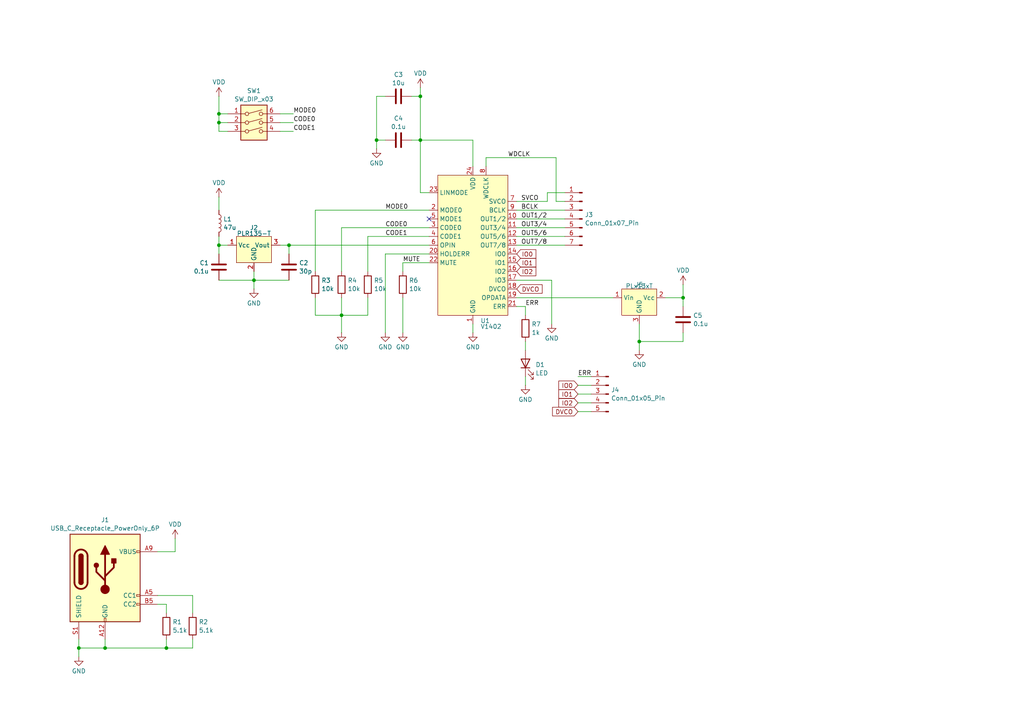
<source format=kicad_sch>
(kicad_sch (version 20250114) (generator "eeschema") (generator_version "9.0")
  (paper "A4")
  (lib_symbols
    (symbol "ADAT:V1402"
      (property "Reference" "U" (at 0 0 0))
      (symbol "V1402_1_0"
        (pin input line (at -12.7 10.16 0) (length 2.54) (name "LINMODE") (number "23"))
        (pin input line (at -12.7 2.54 0) (length 2.54) (name "MODE1") (number "5"))
        (pin input line (at -12.7 -2.54 0) (length 2.54) (name "CODE1") (number "4"))
        (pin input line (at -12.7 -5.08 0) (length 2.54) (name "OPIN") (number "6"))
        (pin input line (at -12.7 -7.62 0) (length 2.54) (name "HOLDERR") (number "20"))
        (pin input line (at -12.7 -10.16 0) (length 2.54) (name "MUTE") (number "22"))
        (pin power_in line (at 0 17.78 270) (length 2.54) (name "VDD") (number "24"))
        (pin bidirectional line (at 3.81 17.78 270) (length 2.54) (name "WDCLK") (number "8"))
        (pin output line (at 12.7 7.62 180) (length 2.54) (name "SVCO") (number "7"))
        (pin output line (at 12.7 5.08 180) (length 2.54) (name "BCLK") (number "9"))
        (pin output line (at 12.7 2.54 180) (length 2.54) (name "OUT1/2") (number "10"))
        (pin output line (at 12.7 0 180) (length 2.54) (name "OUT3/4") (number "11"))
        (pin output line (at 12.7 -2.54 180) (length 2.54) (name "OUT5/6") (number "12"))
        (pin output line (at 12.7 -5.08 180) (length 2.54) (name "OUT7/8") (number "13"))
        (pin output line (at 12.7 -7.62 180) (length 2.54) (name "IO0") (number "14"))
        (pin output line (at 12.7 -10.16 180) (length 2.54) (name "IO1") (number "15"))
        (pin output line (at 12.7 -12.7 180) (length 2.54) (name "IO2") (number "16"))
        (pin output line (at 12.7 -15.24 180) (length 2.54) (name "IO3") (number "17"))
        (pin output line (at 12.7 -17.78 180) (length 2.54) (name "DVCO") (number "18"))
        (pin output line (at 12.7 -20.32 180) (length 2.54) (name "OPDATA") (number "19"))
        (pin output line (at 12.7 -22.86 180) (length 2.54) (name "ERR") (number "21"))
      )
      (symbol "V1402_1_1"
        (rectangle (start -10.16 15.24) (end 10.16 -25.4) (fill (type background)))
        (pin input line (at -12.7 5.08 0) (length 2.54) (name "MODE0") (number "2"))
        (pin input line (at -12.7 0 0) (length 2.54) (name "CODE0") (number "3"))
        (pin power_in line (at 0 -27.94 90) (length 2.54) (name "GND") (number "1"))
      )
    )
    (symbol "Connector:Conn_01x05_Pin" (pin_names (offset 1.016) (hide yes))
      (property "Reference" "J" (at 0 7.62 0))
      (property "Value" "Conn_01x05_Pin" (at 0 -7.62 0))
      (symbol "Conn_01x05_Pin_1_1"
        (rectangle (start 0.8636 5.207) (end 0 4.953) (stroke (width 0.1524)) (fill (type outline)))
        (rectangle (start 0.8636 2.667) (end 0 2.413) (stroke (width 0.1524)) (fill (type outline)))
        (rectangle (start 0.8636 0.127) (end 0 -0.127) (stroke (width 0.1524)) (fill (type outline)))
        (rectangle (start 0.8636 -2.413) (end 0 -2.667) (stroke (width 0.1524)) (fill (type outline)))
        (rectangle (start 0.8636 -4.953) (end 0 -5.207) (stroke (width 0.1524)) (fill (type outline)))
        (polyline (pts (xy 1.27 5.08) (xy 0.8636 5.08)) (stroke (width 0.1524)))
        (polyline (pts (xy 1.27 2.54) (xy 0.8636 2.54)) (stroke (width 0.1524)))
        (polyline (pts (xy 1.27 0) (xy 0.8636 0)) (stroke (width 0.1524)))
        (polyline (pts (xy 1.27 -2.54) (xy 0.8636 -2.54)) (stroke (width 0.1524)))
        (polyline (pts (xy 1.27 -5.08) (xy 0.8636 -5.08)) (stroke (width 0.1524)))
        (pin passive line (at 5.08 5.08 180) (length 3.81) (name "Pin_1") (number "1"))
        (pin passive line (at 5.08 2.54 180) (length 3.81) (name "Pin_2") (number "2"))
        (pin passive line (at 5.08 0 180) (length 3.81) (name "Pin_3") (number "3"))
        (pin passive line (at 5.08 -2.54 180) (length 3.81) (name "Pin_4") (number "4"))
        (pin passive line (at 5.08 -5.08 180) (length 3.81) (name "Pin_5") (number "5"))
      )
    )
    (symbol "Connector:Conn_01x07_Pin" (pin_names (offset 1.016) (hide yes))
      (property "Reference" "J" (at 0 10.16 0))
      (property "Value" "Conn_01x07_Pin" (at 0 -10.16 0))
      (symbol "Conn_01x07_Pin_1_1"
        (rectangle (start 0.8636 7.747) (end 0 7.493) (stroke (width 0.1524)) (fill (type outline)))
        (rectangle (start 0.8636 5.207) (end 0 4.953) (stroke (width 0.1524)) (fill (type outline)))
        (rectangle (start 0.8636 2.667) (end 0 2.413) (stroke (width 0.1524)) (fill (type outline)))
        (rectangle (start 0.8636 0.127) (end 0 -0.127) (stroke (width 0.1524)) (fill (type outline)))
        (rectangle (start 0.8636 -2.413) (end 0 -2.667) (stroke (width 0.1524)) (fill (type outline)))
        (rectangle (start 0.8636 -4.953) (end 0 -5.207) (stroke (width 0.1524)) (fill (type outline)))
        (rectangle (start 0.8636 -7.493) (end 0 -7.747) (stroke (width 0.1524)) (fill (type outline)))
        (polyline (pts (xy 1.27 7.62) (xy 0.8636 7.62)) (stroke (width 0.1524)))
        (polyline (pts (xy 1.27 5.08) (xy 0.8636 5.08)) (stroke (width 0.1524)))
        (polyline (pts (xy 1.27 2.54) (xy 0.8636 2.54)) (stroke (width 0.1524)))
        (polyline (pts (xy 1.27 0) (xy 0.8636 0)) (stroke (width 0.1524)))
        (polyline (pts (xy 1.27 -2.54) (xy 0.8636 -2.54)) (stroke (width 0.1524)))
        (polyline (pts (xy 1.27 -5.08) (xy 0.8636 -5.08)) (stroke (width 0.1524)))
        (polyline (pts (xy 1.27 -7.62) (xy 0.8636 -7.62)) (stroke (width 0.1524)))
        (pin passive line (at 5.08 7.62 180) (length 3.81) (name "Pin_1") (number "1"))
        (pin passive line (at 5.08 5.08 180) (length 3.81) (name "Pin_2") (number "2"))
        (pin passive line (at 5.08 2.54 180) (length 3.81) (name "Pin_3") (number "3"))
        (pin passive line (at 5.08 0 180) (length 3.81) (name "Pin_4") (number "4"))
        (pin passive line (at 5.08 -2.54 180) (length 3.81) (name "Pin_5") (number "5"))
        (pin passive line (at 5.08 -5.08 180) (length 3.81) (name "Pin_6") (number "6"))
        (pin passive line (at 5.08 -7.62 180) (length 3.81) (name "Pin_7") (number "7"))
      )
    )
    (symbol "Connector:USB_C_Receptacle_PowerOnly_6P" (pin_names (offset 1.016))
      (property "Reference" "J" (at 0 16.51 0))
      (property "Value" "USB_C_Receptacle_PowerOnly_6P" (at 0 13.97 0))
      (symbol "USB_C_Receptacle_PowerOnly_6P_0_0"
        (rectangle (start -0.254 -12.7) (end 0.254 -11.684))
        (rectangle (start 10.16 7.874) (end 9.144 7.366))
        (rectangle (start 10.16 -4.826) (end 9.144 -5.334))
        (rectangle (start 10.16 -7.366) (end 9.144 -7.874))
      )
      (symbol "USB_C_Receptacle_PowerOnly_6P_0_1"
        (rectangle (start -10.16 12.7) (end 10.16 -12.7) (stroke (width 0.254)) (fill (type background)))
        (polyline (pts (xy -8.89 -1.27) (xy -8.89 6.35)) (stroke (width 0.508)))
        (rectangle (start -7.62 -1.27) (end -6.35 6.35) (stroke (width 0.254)) (fill (type outline)))
        (arc (start -7.62 6.35) (mid -6.985 6.9823) (end -6.35 6.35) (stroke (width 0.254)))
        (arc (start -7.62 6.35) (mid -6.985 6.9823) (end -6.35 6.35) (stroke (width 0.254)) (fill (type outline)))
        (arc (start -8.89 6.35) (mid -6.985 8.2467) (end -5.08 6.35) (stroke (width 0.508)))
        (arc (start -5.08 -1.27) (mid -6.985 -3.1667) (end -8.89 -1.27) (stroke (width 0.508)))
        (arc (start -6.35 -1.27) (mid -6.985 -1.9023) (end -7.62 -1.27) (stroke (width 0.254)))
        (arc (start -6.35 -1.27) (mid -6.985 -1.9023) (end -7.62 -1.27) (stroke (width 0.254)) (fill (type outline)))
        (polyline (pts (xy -5.08 6.35) (xy -5.08 -1.27)) (stroke (width 0.508)))
        (circle (center -2.54 3.683) (radius 0.635) (stroke (width 0.254)) (fill (type outline)))
        (polyline (pts (xy -1.27 6.858) (xy 0 9.398) (xy 1.27 6.858) (xy -1.27 6.858)) (stroke (width 0.254)) (fill (type outline)))
        (polyline (pts (xy 0 0.508) (xy 2.54 3.048) (xy 2.54 4.318)) (stroke (width 0.508)))
        (polyline (pts (xy 0 -0.762) (xy -2.54 1.778) (xy -2.54 3.048)) (stroke (width 0.508)))
        (polyline (pts (xy 0 -3.302) (xy 0 6.858)) (stroke (width 0.508)))
        (circle (center 0 -3.302) (radius 1.27) (fill (type outline)))
        (rectangle (start 1.905 4.318) (end 3.175 5.588) (stroke (width 0.254)) (fill (type outline)))
      )
      (symbol "USB_C_Receptacle_PowerOnly_6P_1_1"
        (pin passive line (at -7.62 -17.78 90) (length 5.08) (name "SHIELD") (number "S1"))
        (pin passive line (at 0 -17.78 90) (length 5.08) (name "GND") (number "A12"))
        (pin passive line (at 0 -17.78 90) (length 5.08) (hide yes) (name "GND") (number "B12"))
        (pin passive line (at 15.24 7.62 180) (length 5.08) (name "VBUS") (number "A9"))
        (pin passive line (at 15.24 7.62 180) (length 5.08) (hide yes) (name "VBUS") (number "B9"))
        (pin bidirectional line (at 15.24 -5.08 180) (length 5.08) (name "CC1") (number "A5"))
        (pin bidirectional line (at 15.24 -7.62 180) (length 5.08) (name "CC2") (number "B5"))
      )
    )
    (symbol "Device:C" (pin_numbers (hide yes)) (pin_names (offset 0.254))
      (property "Reference" "C" (at 0.635 2.54 0))
      (property "Value" "C" (at 0.635 -2.54 0))
      (symbol "C_0_1"
        (polyline (pts (xy -2.032 0.762) (xy 2.032 0.762)) (stroke (width 0.508)))
        (polyline (pts (xy -2.032 -0.762) (xy 2.032 -0.762)) (stroke (width 0.508)))
      )
      (symbol "C_1_1"
        (pin passive line (at 0 3.81 270) (length 2.794) (name "~") (number "1"))
        (pin passive line (at 0 -3.81 90) (length 2.794) (name "~") (number "2"))
      )
    )
    (symbol "Device:L" (pin_numbers (hide yes)) (pin_names (offset 1.016) (hide yes))
      (property "Reference" "L" (at -1.27 0 90))
      (property "Value" "L" (at 1.905 0 90))
      (symbol "L_0_1"
        (arc (start 0 2.54) (mid 0.6323 1.905) (end 0 1.27))
        (arc (start 0 1.27) (mid 0.6323 0.635) (end 0 0))
        (arc (start 0 0) (mid 0.6323 -0.635) (end 0 -1.27))
        (arc (start 0 -1.27) (mid 0.6323 -1.905) (end 0 -2.54))
      )
      (symbol "L_1_1"
        (pin passive line (at 0 3.81 270) (length 1.27) (name "1") (number "1"))
        (pin passive line (at 0 -3.81 90) (length 1.27) (name "2") (number "2"))
      )
    )
    (symbol "Device:LED" (pin_numbers (hide yes)) (pin_names (offset 1.016) (hide yes))
      (property "Reference" "D" (at 0 2.54 0))
      (property "Value" "LED" (at 0 -2.54 0))
      (symbol "LED_0_1"
        (polyline (pts (xy -3.048 -0.762) (xy -4.572 -2.286) (xy -3.81 -2.286) (xy -4.572 -2.286) (xy -4.572 -1.524)))
        (polyline (pts (xy -1.778 -0.762) (xy -3.302 -2.286) (xy -2.54 -2.286) (xy -3.302 -2.286) (xy -3.302 -1.524)))
        (polyline (pts (xy -1.27 0) (xy 1.27 0)))
        (polyline (pts (xy -1.27 -1.27) (xy -1.27 1.27)) (stroke (width 0.254)))
        (polyline (pts (xy 1.27 -1.27) (xy 1.27 1.27) (xy -1.27 0) (xy 1.27 -1.27)) (stroke (width 0.254)))
      )
      (symbol "LED_1_1"
        (pin passive line (at -3.81 0 0) (length 2.54) (name "K") (number "1"))
        (pin passive line (at 3.81 0 180) (length 2.54) (name "A") (number "2"))
      )
    )
    (symbol "Device:R" (pin_numbers (hide yes)) (pin_names (offset 0))
      (property "Reference" "R" (at 2.032 0 90))
      (property "Value" "R" (at 0 0 90))
      (symbol "R_0_1"
        (rectangle (start -1.016 -2.54) (end 1.016 2.54) (stroke (width 0.254)))
      )
      (symbol "R_1_1"
        (pin passive line (at 0 3.81 270) (length 1.27) (name "~") (number "1"))
        (pin passive line (at 0 -3.81 90) (length 1.27) (name "~") (number "2"))
      )
    )
    (symbol "Photolink:PLR135/T"
      (property "Reference" "J" (at 0 0 0))
      (symbol "PLR135/T_1_0"
        (pin power_in line (at -7.62 -2.54 0) (length 2.54) (name "Vcc") (number "1"))
        (pin power_in line (at 0 -10.16 90) (length 2.54) (name "GND") (number "2"))
        (pin output line (at 7.62 -2.54 180) (length 2.54) (name "Vout") (number "3"))
      )
      (symbol "PLR135/T_1_1"
        (rectangle (start -5.08 0) (end 5.08 -7.62) (fill (type background)))
      )
    )
    (symbol "Photolink:PLT133/T"
      (property "Reference" "J" (at 0 0 0))
      (symbol "PLT133/T_0_0"
        (pin input line (at -7.62 0 0) (length 2.54) (name "Vin") (number "1"))
        (pin power_in line (at 0 -7.62 90) (length 2.54) (name "GND") (number "3"))
        (pin power_in line (at 7.62 0 180) (length 2.54) (name "Vcc") (number "2"))
      )
      (symbol "PLT133/T_1_1"
        (rectangle (start -5.08 2.54) (end 5.08 -5.08) (fill (type background)))
      )
    )
    (symbol "Switch:SW_DIP_x03" (pin_names (offset 0) (hide yes))
      (property "Reference" "SW" (at 0 6.35 0))
      (property "Value" "SW_DIP_x03" (at 0 -6.35 0))
      (symbol "SW_DIP_x03_0_0"
        (circle (center -2.032 2.54) (radius 0.508))
        (circle (center -2.032 0) (radius 0.508))
        (circle (center -2.032 -2.54) (radius 0.508))
        (polyline (pts (xy -1.524 2.667) (xy 2.3622 3.7084)))
        (polyline (pts (xy -1.524 0.127) (xy 2.3622 1.1684)))
        (polyline (pts (xy -1.524 -2.413) (xy 2.3622 -1.3716)))
        (circle (center 2.032 2.54) (radius 0.508))
        (circle (center 2.032 0) (radius 0.508))
        (circle (center 2.032 -2.54) (radius 0.508))
      )
      (symbol "SW_DIP_x03_0_1"
        (rectangle (start -3.81 5.08) (end 3.81 -5.08) (stroke (width 0.254)) (fill (type background)))
      )
      (symbol "SW_DIP_x03_1_1"
        (pin passive line (at -7.62 2.54 0) (length 5.08) (name "~") (number "1"))
        (pin passive line (at -7.62 0 0) (length 5.08) (name "~") (number "2"))
        (pin passive line (at -7.62 -2.54 0) (length 5.08) (name "~") (number "3"))
        (pin passive line (at 7.62 2.54 180) (length 5.08) (name "~") (number "6"))
        (pin passive line (at 7.62 0 180) (length 5.08) (name "~") (number "5"))
        (pin passive line (at 7.62 -2.54 180) (length 5.08) (name "~") (number "4"))
      )
    )
    (symbol "power:GND" (power) (pin_numbers (hide yes)) (pin_names (offset 0) (hide yes))
      (property "Value" "GND" (at 0 -3.81 0))
      (symbol "GND_0_1"
        (polyline (pts (xy 0 0) (xy 0 -1.27) (xy 1.27 -1.27) (xy 0 -2.54) (xy -1.27 -1.27) (xy 0 -1.27)))
      )
      (symbol "GND_1_1"
        (pin power_in line (at 0 0 270) (length 0) (name "~") (number "1"))
      )
    )
    (symbol "power:VDD" (power) (pin_numbers (hide yes)) (pin_names (offset 0) (hide yes))
      (property "Value" "VDD" (at 0 3.556 0))
      (symbol "VDD_0_1"
        (polyline (pts (xy -0.762 1.27) (xy 0 2.54)))
        (polyline (pts (xy 0 2.54) (xy 0.762 1.27)))
        (polyline (pts (xy 0 0) (xy 0 2.54)))
      )
      (symbol "VDD_1_1"
        (pin power_in line (at 0 0 90) (length 0) (name "~") (number "1"))
      )
    )
  )
  (junction (at 48.26 187.96))
  (junction (at 22.86 187.96))
  (junction (at 63.5 33.02))
  (junction (at 83.82 71.12))
  (junction (at 63.5 71.12))
  (junction (at 99.06 91.44))
  (junction (at 63.5 35.56))
  (junction (at 109.22 40.64))
  (junction (at 185.42 99.06))
  (junction (at 121.92 40.64))
  (junction (at 30.48 187.96))
  (junction (at 73.66 81.28))
  (junction (at 121.92 27.94))
  (junction (at 198.12 86.36))
  (no_connect (at 124.46 63.5))
  (wire (pts (xy 121.92 40.64) (xy 121.92 27.94)))
  (wire (pts (xy 73.66 81.28) (xy 73.66 83.82)))
  (wire (pts (xy 66.04 71.12) (xy 63.5 71.12)))
  (wire (pts (xy 121.92 27.94) (xy 121.92 25.4)))
  (wire (pts (xy 22.86 187.96) (xy 30.48 187.96)))
  (wire (pts (xy 45.72 172.72) (xy 55.88 172.72)))
  (wire (pts (xy 63.5 81.28) (xy 73.66 81.28)))
  (wire (pts (xy 152.4 99.06) (xy 152.4 101.6)))
  (wire (pts (xy 140.97 45.72) (xy 161.29 45.72)))
  (wire (pts (xy 149.86 81.28) (xy 160.02 81.28)))
  (wire (pts (xy 116.84 76.2) (xy 116.84 78.74)))
  (wire (pts (xy 63.5 33.02) (xy 66.04 33.02)))
  (wire (pts (xy 99.06 86.36) (xy 99.06 91.44)))
  (wire (pts (xy 121.92 27.94) (xy 119.38 27.94)))
  (wire (pts (xy 91.44 86.36) (xy 91.44 91.44)))
  (wire (pts (xy 81.28 35.56) (xy 85.09 35.56)))
  (wire (pts (xy 185.42 93.98) (xy 185.42 99.06)))
  (wire (pts (xy 124.46 76.2) (xy 116.84 76.2)))
  (wire (pts (xy 167.64 111.76) (xy 171.45 111.76)))
  (wire (pts (xy 48.26 185.42) (xy 48.26 187.96)))
  (wire (pts (xy 106.68 91.44) (xy 106.68 86.36)))
  (wire (pts (xy 152.4 88.9) (xy 152.4 91.44)))
  (wire (pts (xy 124.46 55.88) (xy 121.92 55.88)))
  (wire (pts (xy 63.5 35.56) (xy 63.5 38.1)))
  (wire (pts (xy 109.22 40.64) (xy 111.76 40.64)))
  (wire (pts (xy 91.44 91.44) (xy 99.06 91.44)))
  (wire (pts (xy 81.28 71.12) (xy 83.82 71.12)))
  (wire (pts (xy 83.82 71.12) (xy 124.46 71.12)))
  (wire (pts (xy 109.22 27.94) (xy 109.22 40.64)))
  (wire (pts (xy 149.86 58.42) (xy 158.75 58.42)))
  (wire (pts (xy 149.86 60.96) (xy 163.83 60.96)))
  (wire (pts (xy 30.48 185.42) (xy 30.48 187.96)))
  (wire (pts (xy 116.84 86.36) (xy 116.84 96.52)))
  (wire (pts (xy 149.86 63.5) (xy 163.83 63.5)))
  (wire (pts (xy 63.5 33.02) (xy 63.5 35.56)))
  (wire (pts (xy 73.66 81.28) (xy 83.82 81.28)))
  (wire (pts (xy 63.5 35.56) (xy 66.04 35.56)))
  (wire (pts (xy 149.86 66.04) (xy 163.83 66.04)))
  (wire (pts (xy 161.29 45.72) (xy 161.29 58.42)))
  (wire (pts (xy 167.64 114.3) (xy 171.45 114.3)))
  (wire (pts (xy 152.4 109.22) (xy 152.4 111.76)))
  (wire (pts (xy 198.12 96.52) (xy 198.12 99.06)))
  (wire (pts (xy 55.88 172.72) (xy 55.88 177.8)))
  (wire (pts (xy 185.42 99.06) (xy 185.42 101.6)))
  (wire (pts (xy 158.75 55.88) (xy 163.83 55.88)))
  (wire (pts (xy 30.48 187.96) (xy 48.26 187.96)))
  (wire (pts (xy 121.92 40.64) (xy 137.16 40.64)))
  (wire (pts (xy 45.72 175.26) (xy 48.26 175.26)))
  (wire (pts (xy 137.16 40.64) (xy 137.16 48.26)))
  (wire (pts (xy 91.44 60.96) (xy 124.46 60.96)))
  (wire (pts (xy 149.86 88.9) (xy 152.4 88.9)))
  (wire (pts (xy 167.64 116.84) (xy 171.45 116.84)))
  (wire (pts (xy 198.12 86.36) (xy 198.12 88.9)))
  (wire (pts (xy 193.04 86.36) (xy 198.12 86.36)))
  (wire (pts (xy 63.5 68.58) (xy 63.5 71.12)))
  (wire (pts (xy 55.88 185.42) (xy 55.88 187.96)))
  (wire (pts (xy 149.86 71.12) (xy 163.83 71.12)))
  (wire (pts (xy 111.76 73.66) (xy 111.76 96.52)))
  (wire (pts (xy 63.5 57.15) (xy 63.5 60.96)))
  (wire (pts (xy 99.06 91.44) (xy 99.06 96.52)))
  (wire (pts (xy 140.97 48.26) (xy 140.97 45.72)))
  (wire (pts (xy 99.06 66.04) (xy 124.46 66.04)))
  (wire (pts (xy 109.22 43.18) (xy 109.22 40.64)))
  (wire (pts (xy 63.5 38.1) (xy 66.04 38.1)))
  (wire (pts (xy 149.86 68.58) (xy 163.83 68.58)))
  (wire (pts (xy 167.64 119.38) (xy 171.45 119.38)))
  (wire (pts (xy 22.86 187.96) (xy 22.86 190.5)))
  (wire (pts (xy 48.26 187.96) (xy 55.88 187.96)))
  (wire (pts (xy 119.38 40.64) (xy 121.92 40.64)))
  (wire (pts (xy 22.86 185.42) (xy 22.86 187.96)))
  (wire (pts (xy 106.68 68.58) (xy 106.68 78.74)))
  (wire (pts (xy 63.5 71.12) (xy 63.5 73.66)))
  (wire (pts (xy 198.12 99.06) (xy 185.42 99.06)))
  (wire (pts (xy 161.29 58.42) (xy 163.83 58.42)))
  (wire (pts (xy 99.06 91.44) (xy 106.68 91.44)))
  (wire (pts (xy 149.86 86.36) (xy 177.8 86.36)))
  (wire (pts (xy 50.8 156.21) (xy 50.8 160.02)))
  (wire (pts (xy 63.5 27.94) (xy 63.5 33.02)))
  (wire (pts (xy 124.46 73.66) (xy 111.76 73.66)))
  (wire (pts (xy 198.12 82.55) (xy 198.12 86.36)))
  (wire (pts (xy 111.76 27.94) (xy 109.22 27.94)))
  (wire (pts (xy 121.92 55.88) (xy 121.92 40.64)))
  (wire (pts (xy 160.02 81.28) (xy 160.02 93.98)))
  (wire (pts (xy 81.28 38.1) (xy 85.09 38.1)))
  (wire (pts (xy 83.82 71.12) (xy 83.82 73.66)))
  (wire (pts (xy 91.44 60.96) (xy 91.44 78.74)))
  (wire (pts (xy 99.06 78.74) (xy 99.06 66.04)))
  (wire (pts (xy 48.26 175.26) (xy 48.26 177.8)))
  (wire (pts (xy 137.16 93.98) (xy 137.16 96.52)))
  (wire (pts (xy 50.8 160.02) (xy 45.72 160.02)))
  (wire (pts (xy 81.28 33.02) (xy 85.09 33.02)))
  (wire (pts (xy 73.66 78.74) (xy 73.66 81.28)))
  (wire (pts (xy 167.64 109.22) (xy 171.45 109.22)))
  (wire (pts (xy 158.75 58.42) (xy 158.75 55.88)))
  (wire (pts (xy 124.46 68.58) (xy 106.68 68.58)))
  (label "OUT3{slash}4" (at 151.13 66.04 0))
  (label "OUT5{slash}6" (at 151.13 68.58 0))
  (label "CODE1" (at 111.76 68.58 0))
  (label "BCLK" (at 151.13 60.96 0))
  (label "MODE0" (at 111.76 60.96 0))
  (label "WDCLK" (at 147.32 45.72 0))
  (label "MODE0" (at 85.09 33.02 0))
  (label "OUT1{slash}2" (at 151.13 63.5 0))
  (label "CODE0" (at 111.76 66.04 0))
  (label "CODE0" (at 85.09 35.56 0))
  (label "OUT7{slash}8" (at 151.13 71.12 0))
  (label "CODE1" (at 85.09 38.1 0))
  (label "MUTE" (at 116.84 76.2 0))
  (label "SVCO" (at 151.13 58.42 0))
  (label "ERR" (at 152.4 88.9 0))
  (label "ERR" (at 167.64 109.22 0))
  (global_label "DVCO" (shape input) (at 167.64 119.38 180) (property "Intersheetrefs" "${INTERSHEET_REFS}" (effects (hide yes))))
  (global_label "IO0" (shape input) (at 167.64 111.76 180) (property "Intersheetrefs" "${INTERSHEET_REFS}" (effects (hide yes))))
  (global_label "DVCO" (shape input) (at 149.86 83.82 0) (property "Intersheetrefs" "${INTERSHEET_REFS}" (effects (hide yes))))
  (global_label "IO2" (shape input) (at 167.64 116.84 180) (property "Intersheetrefs" "${INTERSHEET_REFS}" (effects (hide yes))))
  (global_label "IO0" (shape input) (at 149.86 73.66 0) (property "Intersheetrefs" "${INTERSHEET_REFS}" (effects (hide yes))))
  (global_label "IO1" (shape input) (at 167.64 114.3 180) (property "Intersheetrefs" "${INTERSHEET_REFS}" (effects (hide yes))))
  (global_label "IO2" (shape input) (at 149.86 78.74 0) (property "Intersheetrefs" "${INTERSHEET_REFS}" (effects (hide yes))))
  (global_label "IO1" (shape input) (at 149.86 76.2 0) (property "Intersheetrefs" "${INTERSHEET_REFS}" (effects (hide yes))))
  (symbol (lib_id "Device:R") (at 48.26 181.61 0) (unit 1)
    (property "Reference" "R1" (at 50.038 180.3978 0) (effects (justify left)))
    (property "Value" "5.1k" (at 50.038 182.8221 0) (effects (justify left)))
    (property "Footprint" "Resistor_SMD:R_0603_1608Metric" (effects (hide yes)))
    (property "Description" "Resistor" (effects (hide yes)))
    (property "LCSC" "C23186" (effects (hide yes)))
  )
  (symbol (lib_id "Device:R") (at 91.44 82.55 0) (unit 1)
    (property "Reference" "R3" (at 93.218 81.3378 0) (effects (justify left)))
    (property "Value" "10k" (at 93.218 83.7621 0) (effects (justify left)))
    (property "Footprint" "Resistor_SMD:R_0603_1608Metric" (effects (hide yes)))
    (property "Description" "Resistor" (effects (hide yes)))
    (property "LCSC" "C25804" (effects (hide yes)))
  )
  (symbol (lib_id "power:VDD") (at 50.8 156.21 0) (unit 1)
    (property "Reference" "#PWR02" (effects (hide yes)))
    (property "Value" "VDD" (at 50.8 152.0769 0))
    (property "Description" "Power symbol creates a global label with name \"VDD\"" (effects (hide yes)))
  )
  (symbol (lib_id "Device:R") (at 152.4 95.25 180) (unit 1)
    (property "Reference" "R7" (at 154.178 94.0378 0) (effects (justify right)))
    (property "Value" "1k" (at 154.178 96.4621 0) (effects (justify right)))
    (property "Footprint" "Resistor_SMD:R_0603_1608Metric" (effects (hide yes)))
    (property "Description" "Resistor" (effects (hide yes)))
    (property "LCSC" "C21190" (effects (hide yes)))
  )
  (symbol (lib_id "Connector:Conn_01x05_Pin") (at 176.53 114.3 0) (mirror y) (unit 1)
    (property "Reference" "J4" (at 177.2412 113.0878 0) (effects (justify right)))
    (property "Value" "Conn_01x05_Pin" (at 177.2412 115.5121 0) (effects (justify right)))
    (property "Footprint" "Connector_PinHeader_2.54mm:PinHeader_1x05_P2.54mm_Vertical" (effects (hide yes)))
    (property "Description" "Generic connector, single row, 01x05, script generated" (effects (hide yes)))
  )
  (symbol (lib_id "Photolink:PLR135/T") (at 73.66 68.58 0) (unit 1)
    (property "Reference" "J2" (at 73.66 66.0485 0))
    (property "Value" "PLR135-T" (at 73.66 67.7299 0))
    (property "Footprint" "Photolink:PLx13xT" (effects (hide yes)))
    (property "Datasheet" "https://akizukidenshi.com/goodsaffix/plr135-t.pdf" (effects (hide yes)))
    (property "Description" "Photolink - Fiber Optic Receiver" (effects (hide yes)))
  )
  (symbol (lib_id "Switch:SW_DIP_x03") (at 73.66 35.56 0) (unit 1)
    (property "Reference" "SW1" (at 73.66 26.3355 0))
    (property "Value" "SW_DIP_x03" (at 73.66 28.7598 0))
    (property "Footprint" "Button_Switch_SMD:SW_DIP_SPSTx03_Slide_6.7x9.18mm_W6.73mm_P2.54mm_LowProfile_JPin" (effects (hide yes)))
    (property "Description" "3x DIP Switch, Single Pole Single Throw (SPST) switch, small symbol" (effects (hide yes)))
    (property "LCSC" "C7421520" (effects (hide yes)))
  )
  (symbol (lib_id "Device:C") (at 115.57 40.64 90) (unit 1)
    (property "Reference" "C4" (at 115.57 34.3365 90))
    (property "Value" "0.1u" (at 115.57 36.7608 90))
    (property "Footprint" "Capacitor_SMD:C_0402_1005Metric" (effects (hide yes)))
    (property "Description" "Unpolarized capacitor" (effects (hide yes)))
    (property "LCSC" "C1525" (effects (hide yes)))
  )
  (symbol (lib_id "Device:C") (at 63.5 77.47 0) (mirror y) (unit 1)
    (property "Reference" "C1" (at 60.579 76.2578 0) (effects (justify left)))
    (property "Value" "0.1u" (at 60.579 78.6821 0) (effects (justify left)))
    (property "Footprint" "Capacitor_SMD:C_0402_1005Metric" (effects (hide yes)))
    (property "Description" "Unpolarized capacitor" (effects (hide yes)))
    (property "LCSC" "C1525" (effects (hide yes)))
  )
  (symbol (lib_id "power:VDD") (at 121.92 25.4 0) (unit 1)
    (property "Reference" "#PWR010" (effects (hide yes)))
    (property "Value" "VDD" (at 121.92 21.2669 0))
    (property "Description" "Power symbol creates a global label with name \"VDD\"" (effects (hide yes)))
  )
  (symbol (lib_id "power:VDD") (at 63.5 27.94 0) (unit 1)
    (property "Reference" "#PWR03" (effects (hide yes)))
    (property "Value" "VDD" (at 63.5 23.8069 0))
    (property "Description" "Power symbol creates a global label with name \"VDD\"" (effects (hide yes)))
  )
  (symbol (lib_id "power:GND") (at 73.66 83.82 0) (unit 1)
    (property "Reference" "#PWR05" (effects (hide yes)))
    (property "Value" "GND" (at 73.66 87.9531 0))
    (property "Description" "Power symbol creates a global label with name \"GND\" , ground" (effects (hide yes)))
  )
  (symbol (lib_id "power:GND") (at 116.84 96.52 0) (unit 1)
    (property "Reference" "#PWR09" (effects (hide yes)))
    (property "Value" "GND" (at 116.84 100.6531 0))
    (property "Description" "Power symbol creates a global label with name \"GND\" , ground" (effects (hide yes)))
  )
  (symbol (lib_id "power:GND") (at 22.86 190.5 0) (unit 1)
    (property "Reference" "#PWR01" (effects (hide yes)))
    (property "Value" "GND" (at 22.86 194.6331 0))
    (property "Description" "Power symbol creates a global label with name \"GND\" , ground" (effects (hide yes)))
  )
  (symbol (lib_id "Device:R") (at 99.06 82.55 0) (unit 1)
    (property "Reference" "R4" (at 100.838 81.3378 0) (effects (justify left)))
    (property "Value" "10k" (at 100.838 83.7621 0) (effects (justify left)))
    (property "Footprint" "Resistor_SMD:R_0603_1608Metric" (effects (hide yes)))
    (property "Description" "Resistor" (effects (hide yes)))
    (property "LCSC" "C25804" (effects (hide yes)))
  )
  (symbol (lib_id "power:GND") (at 185.42 101.6 0) (unit 1)
    (property "Reference" "#PWR013" (effects (hide yes)))
    (property "Value" "GND" (at 185.42 105.7331 0))
    (property "Description" "Power symbol creates a global label with name \"GND\" , ground" (effects (hide yes)))
  )
  (symbol (lib_id "Device:R") (at 55.88 181.61 0) (unit 1)
    (property "Reference" "R2" (at 57.658 180.3978 0) (effects (justify left)))
    (property "Value" "5.1k" (at 57.658 182.8221 0) (effects (justify left)))
    (property "Footprint" "Resistor_SMD:R_0603_1608Metric" (effects (hide yes)))
    (property "Description" "Resistor" (effects (hide yes)))
    (property "LCSC" "C23186" (effects (hide yes)))
  )
  (symbol (lib_id "power:VDD") (at 198.12 82.55 0) (unit 1)
    (property "Reference" "#PWR014" (effects (hide yes)))
    (property "Value" "VDD" (at 198.12 78.4169 0))
    (property "Description" "Power symbol creates a global label with name \"VDD\"" (effects (hide yes)))
  )
  (symbol (lib_id "Photolink:PLT133/T") (at 185.42 86.36 0) (unit 1)
    (property "Reference" "J5" (at 185.42 82.55 0))
    (property "Value" "PLx13xT" (at 185.42 82.9699 0))
    (property "Footprint" "Photolink:PLx13xT" (effects (hide yes)))
  )
  (symbol (lib_id "power:GND") (at 152.4 111.76 0) (unit 1)
    (property "Reference" "#PWR012" (effects (hide yes)))
    (property "Value" "GND" (at 152.4 115.8931 0))
    (property "Description" "Power symbol creates a global label with name \"GND\" , ground" (effects (hide yes)))
  )
  (symbol (lib_id "power:GND") (at 109.22 43.18 0) (unit 1)
    (property "Reference" "#PWR07" (effects (hide yes)))
    (property "Value" "GND" (at 109.22 47.3131 0))
    (property "Description" "Power symbol creates a global label with name \"GND\" , ground" (effects (hide yes)))
  )
  (symbol (lib_id "power:VDD") (at 63.5 57.15 0) (unit 1)
    (property "Reference" "#PWR04" (effects (hide yes)))
    (property "Value" "VDD" (at 63.5 53.0169 0))
    (property "Description" "Power symbol creates a global label with name \"VDD\"" (effects (hide yes)))
  )
  (symbol (lib_id "Device:R") (at 106.68 82.55 0) (unit 1)
    (property "Reference" "R5" (at 108.458 81.3378 0) (effects (justify left)))
    (property "Value" "10k" (at 108.458 83.7621 0) (effects (justify left)))
    (property "Footprint" "Resistor_SMD:R_0603_1608Metric" (effects (hide yes)))
    (property "Description" "Resistor" (effects (hide yes)))
    (property "LCSC" "C25804" (effects (hide yes)))
  )
  (symbol (lib_id "Connector:USB_C_Receptacle_PowerOnly_6P") (at 30.48 167.64 0) (unit 1)
    (property "Reference" "J1" (at 30.48 150.7955 0))
    (property "Value" "USB_C_Receptacle_PowerOnly_6P" (at 30.48 153.2198 0))
    (property "Footprint" "Connector_USB:USB_C_Receptacle_GCT_USB4125-xx-x_6P_TopMnt_Horizontal" (effects (hide yes)))
    (property "Datasheet" "https://www.usb.org/sites/default/files/documents/usb_type-c.zip" (effects (hide yes)))
    (property "Description" "USB Power-Only 6P Type-C Receptacle connector" (effects (hide yes)))
    (property "LCSC" "C668623" (effects (hide yes)))
  )
  (symbol (lib_id "power:GND") (at 99.06 96.52 0) (unit 1)
    (property "Reference" "#PWR06" (effects (hide yes)))
    (property "Value" "GND" (at 99.06 100.6531 0))
    (property "Description" "Power symbol creates a global label with name \"GND\" , ground" (effects (hide yes)))
  )
  (symbol (lib_id "Device:L") (at 63.5 64.77 0) (unit 1)
    (property "Reference" "L1" (at 64.7672 63.5578 0) (effects (justify left)))
    (property "Value" "47u" (at 64.7672 65.9821 0) (effects (justify left)))
    (property "Footprint" "Inductor_SMD:L_0805_2012Metric" (effects (hide yes)))
    (property "Description" "Inductor" (effects (hide yes)))
    (property "LCSC" "C14304" (effects (hide yes)))
  )
  (symbol (lib_id "Device:R") (at 116.84 82.55 0) (unit 1)
    (property "Reference" "R6" (at 118.618 81.3378 0) (effects (justify left)))
    (property "Value" "10k" (at 118.618 83.7621 0) (effects (justify left)))
    (property "Footprint" "Resistor_SMD:R_0603_1608Metric" (effects (hide yes)))
    (property "Description" "Resistor" (effects (hide yes)))
    (property "LCSC" "C25804" (effects (hide yes)))
  )
  (symbol (lib_id "power:GND") (at 137.16 96.52 0) (unit 1)
    (property "Reference" "#PWR011" (effects (hide yes)))
    (property "Value" "GND" (at 137.16 100.6531 0))
    (property "Description" "Power symbol creates a global label with name \"GND\" , ground" (effects (hide yes)))
  )
  (symbol (lib_id "Connector:Conn_01x07_Pin") (at 168.91 63.5 0) (mirror y) (unit 1)
    (property "Reference" "J3" (at 169.6212 62.2878 0) (effects (justify right)))
    (property "Value" "Conn_01x07_Pin" (at 169.6212 64.7121 0) (effects (justify right)))
    (property "Footprint" "Connector_PinHeader_2.54mm:PinHeader_1x07_P2.54mm_Vertical" (effects (hide yes)))
    (property "Description" "Generic connector, single row, 01x07, script generated" (effects (hide yes)))
  )
  (symbol (lib_id "ADAT:V1402") (at 137.16 66.04 0) (unit 1)
    (property "Reference" "U1" (at 139.3541 93.0331 0) (effects (justify left)))
    (property "Value" "V1402" (at 139.3541 94.7145 0) (effects (justify left)))
    (property "Footprint" "Package_SO:SOP-24_7.5x15.4mm_P1.27mm" (effects (hide yes)))
    (property "Datasheet" "https://mediadl.musictribe.com/download/documents/coolaudio/docs/COOLAUDIO_V1402_DATASHEET.pdf" (effects (hide yes)))
    (property "Description" "Optical Audio Data Receiver and Decoder" (effects (hide yes)))
  )
  (symbol (lib_id "Device:LED") (at 152.4 105.41 90) (unit 1)
    (property "Reference" "D1" (at 155.321 105.7853 90) (effects (justify right)))
    (property "Value" "LED" (at 155.321 108.2096 90) (effects (justify right)))
    (property "Footprint" "LED_SMD:LED_0603_1608Metric" (effects (hide yes)))
    (property "Description" "Light emitting diode" (effects (hide yes)))
    (property "LCSC" "C2286" (effects (hide yes)))
  )
  (symbol (lib_id "Device:C") (at 83.82 77.47 0) (unit 1)
    (property "Reference" "C2" (at 86.741 76.2578 0) (effects (justify left)))
    (property "Value" "30p" (at 86.741 78.6821 0) (effects (justify left)))
    (property "Footprint" "Capacitor_SMD:C_0603_1608Metric" (effects (hide yes)))
    (property "Description" "Unpolarized capacitor" (effects (hide yes)))
    (property "LCSC" "C1658" (effects (hide yes)))
  )
  (symbol (lib_id "Device:C") (at 115.57 27.94 90) (unit 1)
    (property "Reference" "C3" (at 115.57 21.6365 90))
    (property "Value" "10u" (at 115.57 24.0608 90))
    (property "Footprint" "Capacitor_SMD:C_0603_1608Metric" (effects (hide yes)))
    (property "Description" "Unpolarized capacitor" (effects (hide yes)))
    (property "LCSC" "C19702" (effects (hide yes)))
  )
  (symbol (lib_id "power:GND") (at 160.02 93.98 0) (unit 1)
    (property "Reference" "#PWR015" (effects (hide yes)))
    (property "Value" "GND" (at 160.02 98.1131 0))
    (property "Description" "Power symbol creates a global label with name \"GND\" , ground" (effects (hide yes)))
  )
  (symbol (lib_id "Device:C") (at 198.12 92.71 180) (unit 1)
    (property "Reference" "C5" (at 201.041 91.4978 0) (effects (justify right)))
    (property "Value" "0.1u" (at 201.041 93.9221 0) (effects (justify right)))
    (property "Footprint" "Capacitor_SMD:C_0402_1005Metric" (effects (hide yes)))
    (property "Description" "Unpolarized capacitor" (effects (hide yes)))
    (property "LCSC" "C1525" (effects (hide yes)))
  )
  (symbol (lib_id "power:GND") (at 111.76 96.52 0) (unit 1)
    (property "Reference" "#PWR08" (effects (hide yes)))
    (property "Value" "GND" (at 111.76 100.6531 0))
    (property "Description" "Power symbol creates a global label with name \"GND\" , ground" (effects (hide yes)))
  )
)
</source>
